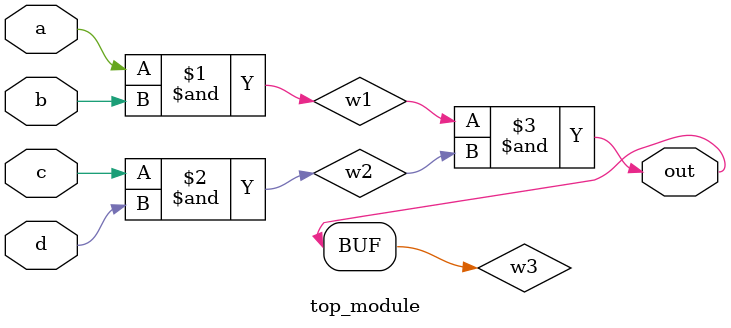
<source format=sv>
module top_module (
	input a, 
	input b,
	input c,
	input d,
	output out
);

// Intermediate signals
wire w1, w2, w3;

// Internal logic
and gate1(w1, a, b);
and gate2(w2, c, d);
and gate3(w3, w1, w2);
assign out = w3;

endmodule

</source>
